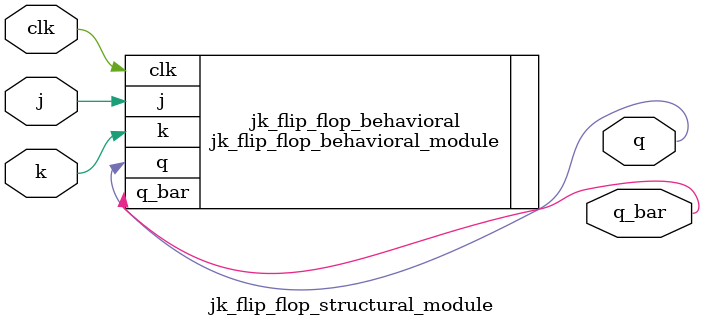
<source format=v>
module jk_flip_flop_structural_module (j, k, clk, q, q_bar);
  input j, k;
  input clk;

  output q, q_bar;
  reg q, q_bar;

  jk_flip_flop_behavioral_module jk_flip_flop_behavioral(.j(j), .k(k), .clk(clk), .q(q), .q_bar(q_bar));

endmodule
</source>
